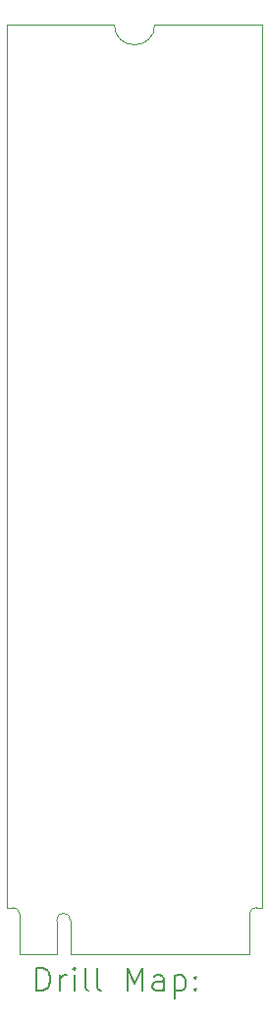
<source format=gbr>
%TF.GenerationSoftware,KiCad,Pcbnew,9.0.1*%
%TF.CreationDate,2025-04-25T13:26:39+02:00*%
%TF.ProjectId,m2-e-usdex,6d322d65-2d75-4736-9465-782e6b696361,rev?*%
%TF.SameCoordinates,Original*%
%TF.FileFunction,Drillmap*%
%TF.FilePolarity,Positive*%
%FSLAX45Y45*%
G04 Gerber Fmt 4.5, Leading zero omitted, Abs format (unit mm)*
G04 Created by KiCad (PCBNEW 9.0.1) date 2025-04-25 13:26:39*
%MOMM*%
%LPD*%
G01*
G04 APERTURE LIST*
%ADD10C,0.100000*%
%ADD11C,0.050000*%
%ADD12C,0.200000*%
G04 APERTURE END LIST*
D10*
X25825000Y-5677500D02*
X25825000Y-13277500D01*
X25825000Y-5677500D02*
X26750000Y-5677500D01*
X25825000Y-13277500D02*
X25875000Y-13277500D01*
X25935000Y-13337500D02*
X25935000Y-13677500D01*
X25935000Y-13677500D02*
X26252500Y-13677500D01*
D11*
X26252500Y-13677500D02*
X26252500Y-13387500D01*
X26372500Y-13387500D02*
X26372500Y-13677500D01*
D10*
X26372500Y-13677500D02*
X27915000Y-13677500D01*
X27915000Y-13337500D02*
X27915000Y-13677500D01*
X28025000Y-5677500D02*
X27100000Y-5677500D01*
X28025000Y-5677500D02*
X28025000Y-13277500D01*
X28025000Y-13277500D02*
X27975000Y-13277500D01*
X25875000Y-13277500D02*
G75*
G02*
X25935000Y-13337500I0J-60000D01*
G01*
D11*
X26252500Y-13387500D02*
G75*
G02*
X26372500Y-13387500I60000J0D01*
G01*
D10*
X27100000Y-5677500D02*
G75*
G02*
X26750000Y-5677500I-175000J0D01*
G01*
X27915000Y-13337500D02*
G75*
G02*
X27975000Y-13277500I60000J0D01*
G01*
D12*
X26080777Y-13993984D02*
X26080777Y-13793984D01*
X26080777Y-13793984D02*
X26128396Y-13793984D01*
X26128396Y-13793984D02*
X26156967Y-13803508D01*
X26156967Y-13803508D02*
X26176015Y-13822555D01*
X26176015Y-13822555D02*
X26185539Y-13841603D01*
X26185539Y-13841603D02*
X26195062Y-13879698D01*
X26195062Y-13879698D02*
X26195062Y-13908269D01*
X26195062Y-13908269D02*
X26185539Y-13946365D01*
X26185539Y-13946365D02*
X26176015Y-13965412D01*
X26176015Y-13965412D02*
X26156967Y-13984460D01*
X26156967Y-13984460D02*
X26128396Y-13993984D01*
X26128396Y-13993984D02*
X26080777Y-13993984D01*
X26280777Y-13993984D02*
X26280777Y-13860650D01*
X26280777Y-13898746D02*
X26290301Y-13879698D01*
X26290301Y-13879698D02*
X26299824Y-13870174D01*
X26299824Y-13870174D02*
X26318872Y-13860650D01*
X26318872Y-13860650D02*
X26337920Y-13860650D01*
X26404586Y-13993984D02*
X26404586Y-13860650D01*
X26404586Y-13793984D02*
X26395062Y-13803508D01*
X26395062Y-13803508D02*
X26404586Y-13813031D01*
X26404586Y-13813031D02*
X26414110Y-13803508D01*
X26414110Y-13803508D02*
X26404586Y-13793984D01*
X26404586Y-13793984D02*
X26404586Y-13813031D01*
X26528396Y-13993984D02*
X26509348Y-13984460D01*
X26509348Y-13984460D02*
X26499824Y-13965412D01*
X26499824Y-13965412D02*
X26499824Y-13793984D01*
X26633158Y-13993984D02*
X26614110Y-13984460D01*
X26614110Y-13984460D02*
X26604586Y-13965412D01*
X26604586Y-13965412D02*
X26604586Y-13793984D01*
X26861729Y-13993984D02*
X26861729Y-13793984D01*
X26861729Y-13793984D02*
X26928396Y-13936841D01*
X26928396Y-13936841D02*
X26995062Y-13793984D01*
X26995062Y-13793984D02*
X26995062Y-13993984D01*
X27176015Y-13993984D02*
X27176015Y-13889222D01*
X27176015Y-13889222D02*
X27166491Y-13870174D01*
X27166491Y-13870174D02*
X27147443Y-13860650D01*
X27147443Y-13860650D02*
X27109348Y-13860650D01*
X27109348Y-13860650D02*
X27090301Y-13870174D01*
X27176015Y-13984460D02*
X27156967Y-13993984D01*
X27156967Y-13993984D02*
X27109348Y-13993984D01*
X27109348Y-13993984D02*
X27090301Y-13984460D01*
X27090301Y-13984460D02*
X27080777Y-13965412D01*
X27080777Y-13965412D02*
X27080777Y-13946365D01*
X27080777Y-13946365D02*
X27090301Y-13927317D01*
X27090301Y-13927317D02*
X27109348Y-13917793D01*
X27109348Y-13917793D02*
X27156967Y-13917793D01*
X27156967Y-13917793D02*
X27176015Y-13908269D01*
X27271253Y-13860650D02*
X27271253Y-14060650D01*
X27271253Y-13870174D02*
X27290301Y-13860650D01*
X27290301Y-13860650D02*
X27328396Y-13860650D01*
X27328396Y-13860650D02*
X27347443Y-13870174D01*
X27347443Y-13870174D02*
X27356967Y-13879698D01*
X27356967Y-13879698D02*
X27366491Y-13898746D01*
X27366491Y-13898746D02*
X27366491Y-13955888D01*
X27366491Y-13955888D02*
X27356967Y-13974936D01*
X27356967Y-13974936D02*
X27347443Y-13984460D01*
X27347443Y-13984460D02*
X27328396Y-13993984D01*
X27328396Y-13993984D02*
X27290301Y-13993984D01*
X27290301Y-13993984D02*
X27271253Y-13984460D01*
X27452205Y-13974936D02*
X27461729Y-13984460D01*
X27461729Y-13984460D02*
X27452205Y-13993984D01*
X27452205Y-13993984D02*
X27442682Y-13984460D01*
X27442682Y-13984460D02*
X27452205Y-13974936D01*
X27452205Y-13974936D02*
X27452205Y-13993984D01*
X27452205Y-13870174D02*
X27461729Y-13879698D01*
X27461729Y-13879698D02*
X27452205Y-13889222D01*
X27452205Y-13889222D02*
X27442682Y-13879698D01*
X27442682Y-13879698D02*
X27452205Y-13870174D01*
X27452205Y-13870174D02*
X27452205Y-13889222D01*
M02*

</source>
